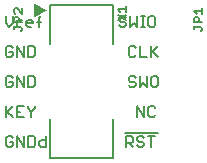
<source format=gbr>
G04 EAGLE Gerber RS-274X export*
G75*
%MOMM*%
%FSLAX34Y34*%
%LPD*%
%INSilkscreen Top*%
%IPPOS*%
%AMOC8*
5,1,8,0,0,1.08239X$1,22.5*%
G01*
%ADD10C,0.127000*%
%ADD11C,0.152400*%

G36*
X48905Y117876D02*
X48905Y117876D01*
X49005Y117875D01*
X49019Y117879D01*
X49031Y117879D01*
X49074Y117897D01*
X49184Y117933D01*
X59184Y122933D01*
X59219Y122959D01*
X59260Y122978D01*
X59309Y123026D01*
X59363Y123067D01*
X59388Y123104D01*
X59419Y123136D01*
X59448Y123198D01*
X59485Y123255D01*
X59495Y123299D01*
X59514Y123339D01*
X59519Y123408D01*
X59534Y123474D01*
X59528Y123519D01*
X59531Y123563D01*
X59512Y123629D01*
X59503Y123697D01*
X59482Y123736D01*
X59470Y123779D01*
X59429Y123834D01*
X59397Y123894D01*
X59363Y123924D01*
X59337Y123960D01*
X59266Y124009D01*
X59228Y124043D01*
X59207Y124051D01*
X59184Y124067D01*
X49184Y129067D01*
X49088Y129095D01*
X48994Y129127D01*
X48981Y129127D01*
X48968Y129131D01*
X48869Y129124D01*
X48769Y129121D01*
X48758Y129116D01*
X48745Y129115D01*
X48654Y129074D01*
X48562Y129036D01*
X48552Y129028D01*
X48540Y129022D01*
X48469Y128952D01*
X48396Y128885D01*
X48390Y128874D01*
X48381Y128864D01*
X48339Y128774D01*
X48293Y128685D01*
X48291Y128671D01*
X48286Y128661D01*
X48283Y128614D01*
X48266Y128500D01*
X48266Y118500D01*
X48283Y118402D01*
X48297Y118303D01*
X48303Y118292D01*
X48305Y118279D01*
X48356Y118193D01*
X48403Y118106D01*
X48413Y118097D01*
X48420Y118086D01*
X48497Y118023D01*
X48572Y117957D01*
X48584Y117953D01*
X48594Y117945D01*
X48688Y117913D01*
X48781Y117877D01*
X48794Y117877D01*
X48806Y117873D01*
X48905Y117876D01*
G37*
D10*
X30634Y91870D02*
X29151Y93353D01*
X26185Y93353D01*
X24702Y91870D01*
X24702Y85938D01*
X26185Y84455D01*
X29151Y84455D01*
X30634Y85938D01*
X30634Y88904D01*
X27668Y88904D01*
X34057Y84455D02*
X34057Y93353D01*
X39989Y84455D01*
X39989Y93353D01*
X43413Y93353D02*
X43413Y84455D01*
X47861Y84455D01*
X49344Y85938D01*
X49344Y91870D01*
X47861Y93353D01*
X43413Y93353D01*
X29151Y67953D02*
X30634Y66470D01*
X29151Y67953D02*
X26185Y67953D01*
X24702Y66470D01*
X24702Y60538D01*
X26185Y59055D01*
X29151Y59055D01*
X30634Y60538D01*
X30634Y63504D01*
X27668Y63504D01*
X34057Y59055D02*
X34057Y67953D01*
X39989Y59055D01*
X39989Y67953D01*
X43413Y67953D02*
X43413Y59055D01*
X47861Y59055D01*
X49344Y60538D01*
X49344Y66470D01*
X47861Y67953D01*
X43413Y67953D01*
X24702Y42553D02*
X24702Y33655D01*
X24702Y36621D02*
X30634Y42553D01*
X26185Y38104D02*
X30634Y33655D01*
X34057Y42553D02*
X39989Y42553D01*
X34057Y42553D02*
X34057Y33655D01*
X39989Y33655D01*
X37023Y38104D02*
X34057Y38104D01*
X43413Y41070D02*
X43413Y42553D01*
X43413Y41070D02*
X46378Y38104D01*
X49344Y41070D01*
X49344Y42553D01*
X46378Y38104D02*
X46378Y33655D01*
X24903Y112821D02*
X24903Y118753D01*
X24903Y112821D02*
X27869Y109855D01*
X30835Y112821D01*
X30835Y118753D01*
X34259Y115787D02*
X34259Y109855D01*
X34259Y112821D02*
X37224Y115787D01*
X38707Y115787D01*
X43538Y109855D02*
X46503Y109855D01*
X43538Y109855D02*
X42055Y111338D01*
X42055Y114304D01*
X43538Y115787D01*
X46503Y115787D01*
X47986Y114304D01*
X47986Y112821D01*
X42055Y112821D01*
X52893Y109855D02*
X52893Y117270D01*
X54376Y118753D01*
X54376Y114304D02*
X51410Y114304D01*
X29553Y17153D02*
X31036Y15670D01*
X29553Y17153D02*
X26588Y17153D01*
X25105Y15670D01*
X25105Y9738D01*
X26588Y8255D01*
X29553Y8255D01*
X31036Y9738D01*
X31036Y12704D01*
X28070Y12704D01*
X34460Y8255D02*
X34460Y17153D01*
X40392Y8255D01*
X40392Y17153D01*
X43815Y17153D02*
X43815Y8255D01*
X48264Y8255D01*
X49747Y9738D01*
X49747Y15670D01*
X48264Y17153D01*
X43815Y17153D01*
X59102Y17153D02*
X59102Y8255D01*
X54653Y8255D01*
X53170Y9738D01*
X53170Y12704D01*
X54653Y14187D01*
X59102Y14187D01*
X125667Y19685D02*
X153733Y19685D01*
X126302Y17153D02*
X126302Y8255D01*
X126302Y17153D02*
X130751Y17153D01*
X132234Y15670D01*
X132234Y12704D01*
X130751Y11221D01*
X126302Y11221D01*
X129268Y11221D02*
X132234Y8255D01*
X140106Y17153D02*
X141589Y15670D01*
X140106Y17153D02*
X137140Y17153D01*
X135657Y15670D01*
X135657Y14187D01*
X137140Y12704D01*
X140106Y12704D01*
X141589Y11221D01*
X141589Y9738D01*
X140106Y8255D01*
X137140Y8255D01*
X135657Y9738D01*
X147978Y8255D02*
X147978Y17153D01*
X145013Y17153D02*
X150944Y17153D01*
X126576Y117270D02*
X125093Y118753D01*
X122127Y118753D01*
X120644Y117270D01*
X120644Y115787D01*
X122127Y114304D01*
X125093Y114304D01*
X126576Y112821D01*
X126576Y111338D01*
X125093Y109855D01*
X122127Y109855D01*
X120644Y111338D01*
X129999Y109855D02*
X129999Y118753D01*
X132965Y112821D02*
X129999Y109855D01*
X132965Y112821D02*
X135931Y109855D01*
X135931Y118753D01*
X139354Y109855D02*
X142320Y109855D01*
X140837Y109855D02*
X140837Y118753D01*
X139354Y118753D02*
X142320Y118753D01*
X147074Y118753D02*
X150040Y118753D01*
X147074Y118753D02*
X145591Y117270D01*
X145591Y111338D01*
X147074Y109855D01*
X150040Y109855D01*
X151523Y111338D01*
X151523Y117270D01*
X150040Y118753D01*
X133291Y93353D02*
X134774Y91870D01*
X133291Y93353D02*
X130325Y93353D01*
X128842Y91870D01*
X128842Y85938D01*
X130325Y84455D01*
X133291Y84455D01*
X134774Y85938D01*
X138197Y84455D02*
X138197Y93353D01*
X138197Y84455D02*
X144129Y84455D01*
X147553Y84455D02*
X147553Y93353D01*
X153484Y93353D02*
X147553Y87421D01*
X149036Y88904D02*
X153484Y84455D01*
X134774Y66470D02*
X133291Y67953D01*
X130325Y67953D01*
X128842Y66470D01*
X128842Y64987D01*
X130325Y63504D01*
X133291Y63504D01*
X134774Y62021D01*
X134774Y60538D01*
X133291Y59055D01*
X130325Y59055D01*
X128842Y60538D01*
X138197Y59055D02*
X138197Y67953D01*
X141163Y62021D02*
X138197Y59055D01*
X141163Y62021D02*
X144129Y59055D01*
X144129Y67953D01*
X149036Y67953D02*
X152001Y67953D01*
X149036Y67953D02*
X147553Y66470D01*
X147553Y60538D01*
X149036Y59055D01*
X152001Y59055D01*
X153484Y60538D01*
X153484Y66470D01*
X152001Y67953D01*
X136060Y42553D02*
X136060Y33655D01*
X141992Y33655D02*
X136060Y42553D01*
X141992Y42553D02*
X141992Y33655D01*
X149864Y42553D02*
X151347Y41070D01*
X149864Y42553D02*
X146898Y42553D01*
X145415Y41070D01*
X145415Y35138D01*
X146898Y33655D01*
X149864Y33655D01*
X151347Y35138D01*
X115900Y95500D02*
X115900Y128500D01*
X61900Y128500D01*
X61900Y95500D01*
X115900Y31500D02*
X115900Y-1500D01*
X61900Y-1500D01*
X61900Y31500D01*
D11*
X119656Y115294D02*
X126266Y119700D01*
X126266Y115294D02*
X119656Y119700D01*
X121860Y122778D02*
X119656Y124981D01*
X126266Y124981D01*
X126266Y122778D02*
X126266Y127184D01*
X189652Y106072D02*
X190754Y107173D01*
X190754Y108275D01*
X189652Y109376D01*
X184144Y109376D01*
X184144Y108275D02*
X184144Y110478D01*
X184144Y113556D02*
X190754Y113556D01*
X184144Y113556D02*
X184144Y116861D01*
X185246Y117962D01*
X187449Y117962D01*
X188551Y116861D01*
X188551Y113556D01*
X186348Y121040D02*
X184144Y123243D01*
X190754Y123243D01*
X190754Y121040D02*
X190754Y125446D01*
X38354Y107173D02*
X37252Y106072D01*
X38354Y107173D02*
X38354Y108275D01*
X37252Y109376D01*
X31744Y109376D01*
X31744Y108275D02*
X31744Y110478D01*
X31744Y113556D02*
X38354Y113556D01*
X31744Y113556D02*
X31744Y116861D01*
X32846Y117962D01*
X35049Y117962D01*
X36151Y116861D01*
X36151Y113556D01*
X38354Y121040D02*
X38354Y125446D01*
X38354Y121040D02*
X33948Y125446D01*
X32846Y125446D01*
X31744Y124345D01*
X31744Y122141D01*
X32846Y121040D01*
M02*

</source>
